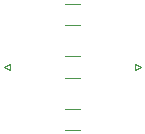
<source format=gto>
%TF.GenerationSoftware,KiCad,Pcbnew,(5.1.10)-1*%
%TF.CreationDate,2021-10-03T13:09:16-04:00*%
%TF.ProjectId,ATTEN1,41545445-4e31-42e6-9b69-6361645f7063,rev?*%
%TF.SameCoordinates,Original*%
%TF.FileFunction,Legend,Top*%
%TF.FilePolarity,Positive*%
%FSLAX46Y46*%
G04 Gerber Fmt 4.6, Leading zero omitted, Abs format (unit mm)*
G04 Created by KiCad (PCBNEW (5.1.10)-1) date 2021-10-03 13:09:16*
%MOMM*%
%LPD*%
G01*
G04 APERTURE LIST*
%ADD10C,0.120000*%
G04 APERTURE END LIST*
D10*
%TO.C,R1*%
X37497936Y-24490000D02*
X38702064Y-24490000D01*
X37497936Y-26310000D02*
X38702064Y-26310000D01*
%TO.C,R2*%
X38702064Y-28935000D02*
X37497936Y-28935000D01*
X38702064Y-30755000D02*
X37497936Y-30755000D01*
%TO.C,R3*%
X38702064Y-35200000D02*
X37497936Y-35200000D01*
X38702064Y-33380000D02*
X37497936Y-33380000D01*
%TO.C,P1*%
X32308200Y-29845000D02*
X32808200Y-30095000D01*
X32808200Y-30095000D02*
X32808200Y-29595000D01*
X32808200Y-29595000D02*
X32308200Y-29845000D01*
%TO.C,P6*%
X43391800Y-30120400D02*
X43891800Y-29870400D01*
X43391800Y-29620400D02*
X43391800Y-30120400D01*
X43891800Y-29870400D02*
X43391800Y-29620400D01*
%TD*%
M02*

</source>
